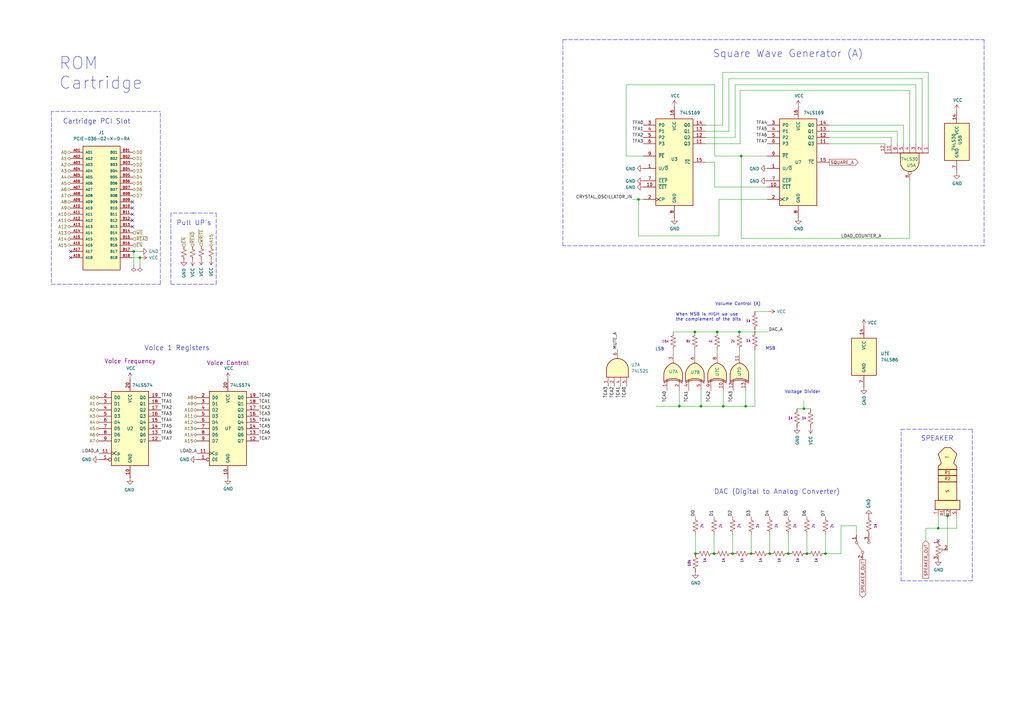
<source format=kicad_sch>
(kicad_sch (version 20211123) (generator eeschema)
  (paper "A3")
  (lib_symbols
    (symbol "74xx:74LS138" (pin_names (offset 1.016))
      (property "Reference" "U" (at -7.62 11.43 0))
      (property "Value" "74LS138" (at -7.62 -13.97 0))
      (symbol "74LS138_1_0"
        (pin input line (at -12.7 7.62 0) (length 5.08) (name "A0") (number "1"))
        (pin output output_low (at 12.7 -5.08 180) (length 5.08) (name "O5") (number "10"))
        (pin output output_low (at 12.7 -2.54 180) (length 5.08) (name "O4") (number "11"))
        (pin output output_low (at 12.7 0 180) (length 5.08) (name "O3") (number "12"))
        (pin output output_low (at 12.7 2.54 180) (length 5.08) (name "O2") (number "13"))
        (pin output output_low (at 12.7 5.08 180) (length 5.08) (name "O1") (number "14"))
        (pin output output_low (at 12.7 7.62 180) (length 5.08) (name "O0") (number "15"))
        (pin power_in line (at 0 15.24 270) (length 5.08) (name "VCC") (number "16"))
        (pin input line (at -12.7 5.08 0) (length 5.08) (name "A1") (number "2"))
        (pin input line (at -12.7 2.54 0) (length 5.08) (name "A2") (number "3"))
        (pin input input_low (at -12.7 -10.16 0) (length 5.08) (name "E1") (number "4"))
        (pin input input_low (at -12.7 -7.62 0) (length 5.08) (name "E2") (number "5"))
        (pin input line (at -12.7 -5.08 0) (length 5.08) (name "E3") (number "6"))
        (pin output output_low (at 12.7 -10.16 180) (length 5.08) (name "O7") (number "7"))
        (pin power_in line (at 0 -17.78 90) (length 5.08) (name "GND") (number "8"))
        (pin output output_low (at 12.7 -7.62 180) (length 5.08) (name "O6") (number "9"))
      )
    )
    (symbol "74xx:74LS169" (pin_names (offset 1.016))
      (property "Reference" "U" (at -7.62 19.05 0))
      (property "Value" "74LS169" (at -7.62 -19.05 0))
      (symbol "74LS169_1_0"
        (pin input line (at -12.7 -2.54 0) (length 5.08) (name "U/~{D}") (number "1"))
        (pin input line (at -12.7 -10.16 0) (length 5.08) (name "~{CET}") (number "10"))
        (pin output line (at 12.7 7.62 180) (length 5.08) (name "Q3") (number "11"))
        (pin output line (at 12.7 10.16 180) (length 5.08) (name "Q2") (number "12"))
        (pin output line (at 12.7 12.7 180) (length 5.08) (name "Q1") (number "13"))
        (pin output line (at 12.7 15.24 180) (length 5.08) (name "Q0") (number "14"))
        (pin output line (at 12.7 0 180) (length 5.08) (name "~{TC}") (number "15"))
        (pin power_in line (at 0 22.86 270) (length 5.08) (name "VCC") (number "16"))
        (pin input clock (at -12.7 -15.24 0) (length 5.08) (name "CP") (number "2"))
        (pin input line (at -12.7 15.24 0) (length 5.08) (name "P0") (number "3"))
        (pin input line (at -12.7 12.7 0) (length 5.08) (name "P1") (number "4"))
        (pin input line (at -12.7 10.16 0) (length 5.08) (name "P2") (number "5"))
        (pin input line (at -12.7 7.62 0) (length 5.08) (name "P3") (number "6"))
        (pin input line (at -12.7 -7.62 0) (length 5.08) (name "~{CEP}") (number "7"))
        (pin power_in line (at 0 -22.86 90) (length 5.08) (name "GND") (number "8"))
        (pin input line (at -12.7 2.54 0) (length 5.08) (name "~{PE}") (number "9"))
      )
    )
    (symbol "74xx:74LS21" (pin_names (offset 1.016))
      (property "Reference" "U" (at 0 1.27 0))
      (property "Value" "74LS21" (at 0 -1.27 0))
      (symbol "74LS21_1_1"
        (pin input line (at -7.62 3.81 0) (length 3.81) (name "~") (number "1"))
        (pin input line (at -7.62 1.27 0) (length 3.81) (name "~") (number "2"))
        (pin input line (at -7.62 -1.27 0) (length 3.81) (name "~") (number "4"))
        (pin input line (at -7.62 -3.81 0) (length 3.81) (name "~") (number "5"))
        (pin output line (at 7.62 0 180) (length 3.81) (name "~") (number "6"))
      )
      (symbol "74LS21_1_2"
        (pin input inverted (at -7.62 3.81 0) (length 3.81) (name "~") (number "1"))
        (pin input inverted (at -7.62 1.27 0) (length 4.826) (name "~") (number "2"))
        (pin input inverted (at -7.62 -1.27 0) (length 4.826) (name "~") (number "4"))
        (pin input inverted (at -7.62 -3.81 0) (length 3.81) (name "~") (number "5"))
        (pin output inverted (at 7.62 0 180) (length 3.81) (name "~") (number "6"))
      )
      (symbol "74LS21_2_1"
        (pin input line (at -7.62 1.27 0) (length 3.81) (name "~") (number "10"))
        (pin input line (at -7.62 -1.27 0) (length 3.81) (name "~") (number "12"))
        (pin input line (at -7.62 -3.81 0) (length 3.81) (name "~") (number "13"))
        (pin output line (at 7.62 0 180) (length 3.81) (name "~") (number "8"))
        (pin input line (at -7.62 3.81 0) (length 3.81) (name "~") (number "9"))
      )
      (symbol "74LS21_2_2"
        (pin input inverted (at -7.62 1.27 0) (length 4.826) (name "~") (number "10"))
        (pin input inverted (at -7.62 -1.27 0) (length 4.826) (name "~") (number "12"))
        (pin input inverted (at -7.62 -3.81 0) (length 3.81) (name "~") (number "13"))
        (pin output inverted (at 7.62 0 180) (length 3.81) (name "~") (number "8"))
        (pin input inverted (at -7.62 3.81 0) (length 3.81) (name "~") (number "9"))
      )
      (symbol "74LS21_3_0"
        (pin power_in line (at 0 12.7 270) (length 5.08) (name "VCC") (number "14"))
        (pin power_in line (at 0 -12.7 90) (length 5.08) (name "GND") (number "7"))
      )
    )
    (symbol "74xx:74LS30" (pin_names (offset 1.016))
      (property "Reference" "U" (at 0 1.27 0))
      (property "Value" "74LS30" (at 0 -1.27 0))
      (symbol "74LS30_1_1"
        (pin input line (at -7.62 7.62 0) (length 3.81) (name "~") (number "1"))
        (pin input line (at -7.62 -7.62 0) (length 3.81) (name "~") (number "11"))
        (pin input line (at -7.62 -10.16 0) (length 3.81) (name "~") (number "12"))
        (pin input line (at -7.62 5.08 0) (length 3.81) (name "~") (number "2"))
        (pin input line (at -7.62 2.54 0) (length 3.81) (name "~") (number "3"))
        (pin input line (at -7.62 0 0) (length 3.81) (name "~") (number "4"))
        (pin input line (at -7.62 -2.54 0) (length 3.81) (name "~") (number "5"))
        (pin input line (at -7.62 -5.08 0) (length 3.81) (name "~") (number "6"))
        (pin output inverted (at 7.62 0 180) (length 3.81) (name "~") (number "8"))
      )
      (symbol "74LS30_1_2"
        (pin input inverted (at -7.62 7.62 0) (length 3.81) (name "~") (number "1"))
        (pin input inverted (at -7.62 -7.62 0) (length 3.81) (name "~") (number "11"))
        (pin input inverted (at -7.62 -10.16 0) (length 3.81) (name "~") (number "12"))
        (pin input inverted (at -7.62 5.08 0) (length 3.81) (name "~") (number "2"))
        (pin input inverted (at -7.62 2.54 0) (length 4.5466) (name "~") (number "3"))
        (pin input inverted (at -7.62 0 0) (length 5.08) (name "~") (number "4"))
        (pin input inverted (at -7.62 -2.54 0) (length 4.5466) (name "~") (number "5"))
        (pin input inverted (at -7.62 -5.08 0) (length 3.81) (name "~") (number "6"))
        (pin output line (at 7.62 0 180) (length 3.81) (name "~") (number "8"))
      )
      (symbol "74LS30_2_0"
        (pin power_in line (at 0 12.7 270) (length 5.08) (name "VCC") (number "14"))
        (pin power_in line (at 0 -12.7 90) (length 5.08) (name "GND") (number "7"))
      )
    )
    (symbol "74xx:74LS86" (pin_names (offset 1.016))
      (property "Reference" "U" (at 0 1.27 0))
      (property "Value" "74LS86" (at 0 -1.27 0))
      (symbol "74LS86_1_0"
        (pin input line (at -7.62 2.54 0) (length 4.445) (name "~") (number "1"))
        (pin input line (at -7.62 -2.54 0) (length 4.445) (name "~") (number "2"))
        (pin output line (at 7.62 0 180) (length 3.81) (name "~") (number "3"))
      )
      (symbol "74LS86_2_0"
        (pin input line (at -7.62 2.54 0) (length 4.445) (name "~") (number "4"))
        (pin input line (at -7.62 -2.54 0) (length 4.445) (name "~") (number "5"))
        (pin output line (at 7.62 0 180) (length 3.81) (name "~") (number "6"))
      )
      (symbol "74LS86_3_0"
        (pin input line (at -7.62 -2.54 0) (length 4.445) (name "~") (number "10"))
        (pin output line (at 7.62 0 180) (length 3.81) (name "~") (number "8"))
        (pin input line (at -7.62 2.54 0) (length 4.445) (name "~") (number "9"))
      )
      (symbol "74LS86_4_0"
        (pin output line (at 7.62 0 180) (length 3.81) (name "~") (number "11"))
        (pin input line (at -7.62 2.54 0) (length 4.445) (name "~") (number "12"))
        (pin input line (at -7.62 -2.54 0) (length 4.445) (name "~") (number "13"))
      )
      (symbol "74LS86_5_0"
        (pin power_in line (at 0 12.7 270) (length 5.08) (name "VCC") (number "14"))
        (pin power_in line (at 0 -12.7 90) (length 5.08) (name "GND") (number "7"))
      )
    )
    (symbol "Connector:AudioPlug4"
      (property "Reference" "J" (at 10.16 5.08 0))
      (property "Value" "AudioPlug4" (at 11.43 -7.62 0))
      (symbol "AudioPlug4_0_0"
        (text "R1" (at -2.54 -1.27 900) (effects (font (size 1.27 1.27))))
        (text "R2" (at 0 -1.27 900) (effects (font (size 1.27 1.27))))
        (text "S" (at 5.08 -1.27 0) (effects (font (size 1.27 1.27))))
        (text "T" (at -8.89 -1.27 0) (effects (font (size 1.27 1.27))))
      )
      (symbol "AudioPlug4_1_1"
        (pin passive line (at 15.24 -2.54 180) (length 2.54) (name "~") (number "R1"))
        (pin passive line (at 15.24 0 180) (length 2.54) (name "~") (number "R2"))
        (pin passive line (at 15.24 2.54 180) (length 2.54) (name "~") (number "S"))
        (pin passive line (at 15.24 -5.08 180) (length 2.54) (name "~") (number "T"))
      )
    )
    (symbol "Device:R_POT_TRIM_US" (pin_names (offset 1.016) hide)
      (property "Reference" "RV" (at -4.445 0 90))
      (property "Value" "Device_R_POT_TRIM_US" (at -2.54 0 90))
      (symbol "R_POT_TRIM_US_1_1"
        (pin passive line (at 0 3.81 270) (length 1.27) (name "1") (number "1"))
        (pin passive line (at 3.81 0 180) (length 1.27) (name "2") (number "2"))
        (pin passive line (at 0 -3.81 90) (length 1.27) (name "3") (number "3"))
      )
    )
    (symbol "Device:R_Small_US" (pin_numbers hide) (pin_names (offset 0.254) hide)
      (property "Reference" "R" (at 0.762 0.508 0))
      (property "Value" "R_Small_US" (at 0.762 -1.016 0))
      (symbol "R_Small_US_1_1"
        (pin passive line (at 0 2.54 270) (length 1.016) (name "~") (number "1"))
        (pin passive line (at 0 -2.54 90) (length 1.016) (name "~") (number "2"))
      )
    )
    (symbol "Device:R_US" (pin_numbers hide) (pin_names (offset 0))
      (property "Reference" "R" (at 2.54 0 90))
      (property "Value" "R_US" (at -2.54 0 90))
      (symbol "R_US_1_1"
        (pin passive line (at 0 3.81 270) (length 1.27) (name "~") (number "1"))
        (pin passive line (at 0 -3.81 90) (length 1.27) (name "~") (number "2"))
      )
    )
    (symbol "Stephen:PCIE-036-02-X-D-RA" (pin_names (offset 1.016))
      (property "Reference" "J" (at -7.62 26.162 0))
      (property "Value" "PCIE-036-02-X-D-RA" (at -7.62 -27.94 0))
      (symbol "PCIE-036-02-X-D-RA_0_0"
        (pin passive line (at -12.7 22.86 0) (length 5.08) (name "A01") (number "A01"))
        (pin passive line (at -12.7 20.32 0) (length 5.08) (name "A02") (number "A02"))
        (pin passive line (at -12.7 17.78 0) (length 5.08) (name "A03") (number "A03"))
        (pin passive line (at -12.7 15.24 0) (length 5.08) (name "A04") (number "A04"))
        (pin passive line (at -12.7 12.7 0) (length 5.08) (name "A05") (number "A05"))
        (pin passive line (at -12.7 10.16 0) (length 5.08) (name "A06") (number "A06"))
        (pin passive line (at -12.7 7.62 0) (length 5.08) (name "A07") (number "A07"))
        (pin passive line (at -12.7 5.08 0) (length 5.08) (name "A08") (number "A08"))
        (pin passive line (at -12.7 2.54 0) (length 5.08) (name "A09") (number "A09"))
        (pin passive line (at -12.7 0 0) (length 5.08) (name "A10") (number "A10"))
        (pin passive line (at -12.7 -2.54 0) (length 5.08) (name "A11") (number "A11"))
        (pin passive line (at -12.7 -5.08 0) (length 5.08) (name "A12") (number "A12"))
        (pin passive line (at -12.7 -7.62 0) (length 5.08) (name "A13") (number "A13"))
        (pin passive line (at -12.7 -10.16 0) (length 5.08) (name "A14") (number "A14"))
        (pin passive line (at -12.7 -12.7 0) (length 5.08) (name "A15") (number "A15"))
        (pin passive line (at -12.7 -15.24 0) (length 5.08) (name "A16") (number "A16"))
        (pin passive line (at -12.7 -17.78 0) (length 5.08) (name "A17") (number "A17"))
        (pin passive line (at -12.7 -20.32 0) (length 5.08) (name "A18") (number "A18"))
        (pin passive line (at 12.7 22.86 180) (length 5.08) (name "B01") (number "B01"))
        (pin passive line (at 12.7 20.32 180) (length 5.08) (name "B02") (number "B02"))
        (pin passive line (at 12.7 17.78 180) (length 5.08) (name "B03") (number "B03"))
        (pin passive line (at 12.7 15.24 180) (length 5.08) (name "B04") (number "B04"))
        (pin passive line (at 12.7 12.7 180) (length 5.08) (name "B05") (number "B05"))
        (pin passive line (at 12.7 10.16 180) (length 5.08) (name "B06") (number "B06"))
        (pin passive line (at 12.7 7.62 180) (length 5.08) (name "B07") (number "B07"))
        (pin passive line (at 12.7 5.08 180) (length 5.08) (name "B08") (number "B08"))
        (pin passive line (at 12.7 2.54 180) (length 5.08) (name "B09") (number "B09"))
        (pin passive line (at 12.7 0 180) (length 5.08) (name "B10") (number "B10"))
        (pin passive line (at 12.7 -2.54 180) (length 5.08) (name "B11") (number "B11"))
        (pin passive line (at 12.7 -5.08 180) (length 5.08) (name "B12") (number "B12"))
        (pin passive line (at 12.7 -7.62 180) (length 5.08) (name "B13") (number "B13"))
        (pin passive line (at 12.7 -10.16 180) (length 5.08) (name "B14") (number "B14"))
        (pin passive line (at 12.7 -12.7 180) (length 5.08) (name "B15") (number "B15"))
        (pin passive line (at 12.7 -15.24 180) (length 5.08) (name "B16") (number "B16"))
        (pin passive line (at 12.7 -17.78 180) (length 5.08) (name "B17") (number "B17"))
        (pin passive line (at 12.7 -20.32 180) (length 5.08) (name "B18") (number "B18"))
      )
    )
    (symbol "Switch:SW_DPDT_x2" (pin_names (offset 0) hide)
      (property "Reference" "SW" (at 0 4.318 0))
      (property "Value" "SW_DPDT_x2" (at 0 -5.08 0))
      (symbol "SW_DPDT_x2_1_1"
        (pin passive line (at 5.08 2.54 180) (length 2.54) (name "A") (number "1"))
        (pin passive line (at -5.08 0 0) (length 2.54) (name "B") (number "2"))
        (pin passive line (at 5.08 -2.54 180) (length 2.54) (name "C") (number "3"))
      )
      (symbol "SW_DPDT_x2_2_1"
        (pin passive line (at 5.08 2.54 180) (length 2.54) (name "A") (number "4"))
        (pin passive line (at -5.08 0 0) (length 2.54) (name "B") (number "5"))
        (pin passive line (at 5.08 -2.54 180) (length 2.54) (name "C") (number "6"))
      )
    )
    (symbol "power:GND" (power) (pin_names (offset 0))
      (property "Value" "GND" (at 0 -3.81 0))
      (symbol "GND_1_1"
        (pin power_in line (at 0 0 270) (length 0) hide (name "GND") (number "1"))
      )
    )
    (symbol "power:PWR_FLAG" (power) (pin_numbers hide) (pin_names (offset 0) hide)
      (property "Value" "PWR_FLAG" (at 0 3.81 0))
      (symbol "PWR_FLAG_0_0"
        (pin power_out line (at 0 0 90) (length 0) (name "pwr") (number "1"))
      )
    )
    (symbol "power:VCC" (power) (pin_names (offset 0))
      (property "Value" "VCC" (at 0 3.81 0))
      (symbol "VCC_1_1"
        (pin power_in line (at 0 0 90) (length 0) hide (name "VCC") (number "1"))
      )
    )
    (symbol "stephen-mouser:74LS574" (pin_names (offset 1.016))
      (property "Reference" "U" (at -7.62 16.51 0))
      (property "Value" "stephen-mouser_74LS574" (at -7.62 -16.51 0))
      (symbol "74LS574_1_0"
        (pin input inverted (at -12.7 -12.7 0) (length 5.08) (name "OE") (number "1"))
        (pin power_in line (at 0 -20.32 90) (length 5.08) (name "GND") (number "10"))
        (pin input clock (at -12.7 -10.16 0) (length 5.08) (name "Cp") (number "11"))
        (pin tri_state line (at 12.7 -5.08 180) (length 5.08) (name "Q7") (number "12"))
        (pin tri_state line (at 12.7 -2.54 180) (length 5.08) (name "Q6") (number "13"))
        (pin tri_state line (at 12.7 0 180) (length 5.08) (name "Q5") (number "14"))
        (pin tri_state line (at 12.7 2.54 180) (length 5.08) (name "Q4") (number "15"))
        (pin tri_state line (at 12.7 5.08 180) (length 5.08) (name "Q3") (number "16"))
        (pin tri_state line (at 12.7 7.62 180) (length 5.08) (name "Q2") (number "17"))
        (pin tri_state line (at 12.7 10.16 180) (length 5.08) (name "Q1") (number "18"))
        (pin tri_state line (at 12.7 12.7 180) (length 5.08) (name "Q0") (number "19"))
        (pin input line (at -12.7 12.7 0) (length 5.08) (name "D0") (number "2"))
        (pin power_in line (at 0 20.32 270) (length 5.08) (name "VCC") (number "20"))
        (pin input line (at -12.7 10.16 0) (length 5.08) (name "D1") (number "3"))
        (pin input line (at -12.7 7.62 0) (length 5.08) (name "D2") (number "4"))
        (pin input line (at -12.7 5.08 0) (length 5.08) (name "D3") (number "5"))
        (pin input line (at -12.7 2.54 0) (length 5.08) (name "D4") (number "6"))
        (pin input line (at -12.7 0 0) (length 5.08) (name "D5") (number "7"))
        (pin input line (at -12.7 -2.54 0) (length 5.08) (name "D6") (number "8"))
        (pin input line (at -12.7 -5.08 0) (length 5.08) (name "D7") (number "9"))
      )
    )
  )
  (junction (at 294.132 136.144))
  (junction (at 303.276 136.144))
  (junction (at 292.862 227.076))
  (junction (at 305.816 166.624))
  (junction (at 388.62 211.582))
  (junction (at 300.482 227.076))
  (junction (at 315.722 227.076))
  (junction (at 296.672 166.624))
  (junction (at 57.404 105.664))
  (junction (at 261.874 81.788))
  (junction (at 54.864 103.124))
  (junction (at 287.528 166.624))
  (junction (at 278.638 166.624))
  (junction (at 338.582 227.076))
  (junction (at 284.988 136.144))
  (junction (at 330.962 227.076))
  (junction (at 285.242 227.076))
  (junction (at 329.692 167.64))
  (junction (at 304.038 64.008))
  (junction (at 384.81 216.662))
  (junction (at 308.102 227.076))
  (junction (at 323.342 227.076))
  (no_connect (at 28.956 103.124))
  (no_connect (at 384.81 221.742))
  (no_connect (at 54.356 85.344))
  (no_connect (at 54.356 87.884))
  (no_connect (at 54.356 90.424))
  (no_connect (at 54.356 92.964))
  (no_connect (at 28.956 105.664))
  (no_connect (at 54.356 82.804))
  (wire (pts (xy 294.132 143.764) (xy 294.132 145.034)))
  (wire (pts (xy 289.306 53.848) (xy 298.958 53.848)))
  (wire (pts (xy 57.404 105.664) (xy 54.356 105.664)))
  (wire (pts (xy 284.988 143.764) (xy 284.988 145.034)))
  (polyline (pts (xy 398.78 176.022) (xy 398.78 238.252)))
  (polyline (pts (xy 21.082 116.586) (xy 65.786 116.586)))
  (wire (pts (xy 57.404 105.664) (xy 57.404 108.712)))
  (wire (pts (xy 379.73 216.662) (xy 384.81 216.662)))
  (wire (pts (xy 373.126 97.79) (xy 304.038 97.79)))
  (polyline (pts (xy 369.57 176.022) (xy 398.78 176.022)))
  (wire (pts (xy 289.306 56.388) (xy 301.498 56.388)))
  (wire (pts (xy 378.206 58.928) (xy 378.206 32.258)))
  (wire (pts (xy 293.116 34.798) (xy 256.794 34.798)))
  (wire (pts (xy 315.722 219.456) (xy 315.722 227.076)))
  (wire (pts (xy 300.482 219.456) (xy 300.482 227.076)))
  (wire (pts (xy 314.706 81.788) (xy 294.894 81.788)))
  (wire (pts (xy 309.626 135.382) (xy 309.626 135.89)))
  (polyline (pts (xy 403.606 27.178) (xy 403.606 100.838)))
  (wire (pts (xy 351.282 215.646) (xy 344.932 215.646)))
  (wire (pts (xy 370.586 51.308) (xy 340.106 51.308)))
  (wire (pts (xy 259.334 81.788) (xy 261.874 81.788)))
  (wire (pts (xy 329.692 164.338) (xy 329.692 167.64)))
  (polyline (pts (xy 230.886 16.256) (xy 403.606 16.256)))
  (polyline (pts (xy 230.886 16.256) (xy 230.886 27.178)))
  (wire (pts (xy 379.73 221.742) (xy 379.73 216.662)))
  (wire (pts (xy 373.126 58.928) (xy 373.126 37.084)))
  (polyline (pts (xy 398.78 238.252) (xy 369.57 238.252)))
  (wire (pts (xy 285.242 219.456) (xy 285.242 227.076)))
  (wire (pts (xy 344.932 215.646) (xy 344.932 227.076)))
  (wire (pts (xy 351.282 219.456) (xy 351.282 215.646)))
  (polyline (pts (xy 70.104 116.586) (xy 88.646 116.586)))
  (wire (pts (xy 308.102 227.076) (xy 308.102 219.456)))
  (wire (pts (xy 330.962 219.456) (xy 330.962 227.076)))
  (wire (pts (xy 338.582 227.076) (xy 338.582 219.456)))
  (polyline (pts (xy 78.994 87.376) (xy 88.646 87.376)))
  (polyline (pts (xy 403.606 16.256) (xy 403.606 27.178)))
  (wire (pts (xy 284.988 136.144) (xy 294.132 136.144)))
  (wire (pts (xy 294.894 81.788) (xy 294.894 96.774)))
  (polyline (pts (xy 230.886 100.838) (xy 230.886 27.178)))
  (wire (pts (xy 305.816 160.274) (xy 305.816 166.624)))
  (wire (pts (xy 54.864 103.124) (xy 54.356 103.124)))
  (wire (pts (xy 370.586 58.928) (xy 370.586 51.308)))
  (wire (pts (xy 278.638 160.274) (xy 278.638 166.624)))
  (wire (pts (xy 289.306 51.308) (xy 296.418 51.308)))
  (wire (pts (xy 256.794 34.798) (xy 256.794 64.008)))
  (wire (pts (xy 293.116 76.708) (xy 314.706 76.708)))
  (wire (pts (xy 256.794 64.008) (xy 263.906 64.008)))
  (wire (pts (xy 392.43 216.662) (xy 392.43 211.582)))
  (wire (pts (xy 380.746 29.718) (xy 380.746 58.928)))
  (wire (pts (xy 309.626 166.624) (xy 305.816 166.624)))
  (wire (pts (xy 373.126 37.084) (xy 303.53 37.084)))
  (wire (pts (xy 303.53 58.928) (xy 289.306 58.928)))
  (wire (pts (xy 261.874 81.788) (xy 263.906 81.788)))
  (wire (pts (xy 293.116 64.008) (xy 293.116 34.798)))
  (wire (pts (xy 344.932 227.076) (xy 338.582 227.076)))
  (wire (pts (xy 326.898 167.64) (xy 329.692 167.64)))
  (wire (pts (xy 365.506 58.928) (xy 365.506 56.388)))
  (wire (pts (xy 304.038 97.79) (xy 304.038 64.008)))
  (wire (pts (xy 296.672 160.274) (xy 296.672 166.624)))
  (wire (pts (xy 301.498 34.798) (xy 375.666 34.798)))
  (wire (pts (xy 387.35 211.582) (xy 388.62 211.582)))
  (polyline (pts (xy 40.386 45.72) (xy 21.082 45.72)))
  (wire (pts (xy 340.106 58.928) (xy 362.966 58.928)))
  (wire (pts (xy 368.046 53.848) (xy 368.046 58.928)))
  (wire (pts (xy 378.206 32.258) (xy 298.958 32.258)))
  (wire (pts (xy 57.658 105.664) (xy 57.404 105.664)))
  (wire (pts (xy 294.132 136.144) (xy 303.276 136.144)))
  (polyline (pts (xy 70.104 87.376) (xy 70.104 116.586)))
  (wire (pts (xy 323.342 227.076) (xy 323.342 219.456)))
  (wire (pts (xy 314.706 64.008) (xy 304.038 64.008)))
  (wire (pts (xy 298.958 32.258) (xy 298.958 53.848)))
  (wire (pts (xy 54.864 103.124) (xy 54.864 108.712)))
  (wire (pts (xy 303.53 37.084) (xy 303.53 58.928)))
  (polyline (pts (xy 65.786 116.586) (xy 65.786 45.72)))
  (polyline (pts (xy 39.878 45.72) (xy 65.786 45.72)))
  (wire (pts (xy 303.276 143.764) (xy 303.276 145.034)))
  (polyline (pts (xy 21.082 45.72) (xy 21.082 116.586)))
  (wire (pts (xy 329.692 167.64) (xy 332.486 167.64)))
  (polyline (pts (xy 369.57 238.252) (xy 369.57 176.022)))
  (wire (pts (xy 315.214 127.762) (xy 309.626 127.762)))
  (wire (pts (xy 276.098 136.144) (xy 284.988 136.144)))
  (wire (pts (xy 375.666 34.798) (xy 375.666 58.928)))
  (wire (pts (xy 292.862 227.076) (xy 292.862 219.456)))
  (wire (pts (xy 315.214 136.144) (xy 303.276 136.144)))
  (wire (pts (xy 388.62 211.582) (xy 389.89 211.582)))
  (wire (pts (xy 296.418 51.308) (xy 296.418 29.718)))
  (wire (pts (xy 268.986 166.624) (xy 278.638 166.624)))
  (wire (pts (xy 57.658 103.124) (xy 54.864 103.124)))
  (wire (pts (xy 294.894 96.774) (xy 261.874 96.774)))
  (wire (pts (xy 304.038 64.008) (xy 293.116 64.008)))
  (polyline (pts (xy 79.502 87.376) (xy 70.104 87.376)))
  (wire (pts (xy 276.098 143.764) (xy 276.098 145.034)))
  (wire (pts (xy 261.874 81.788) (xy 261.874 96.774)))
  (wire (pts (xy 384.81 216.662) (xy 392.43 216.662)))
  (wire (pts (xy 278.638 166.624) (xy 287.528 166.624)))
  (wire (pts (xy 388.62 225.552) (xy 388.62 211.582)))
  (wire (pts (xy 365.506 56.388) (xy 340.106 56.388)))
  (wire (pts (xy 287.528 166.624) (xy 296.672 166.624)))
  (wire (pts (xy 301.498 56.388) (xy 301.498 34.798)))
  (wire (pts (xy 296.418 29.718) (xy 380.746 29.718)))
  (wire (pts (xy 305.816 166.624) (xy 296.672 166.624)))
  (wire (pts (xy 373.126 74.168) (xy 373.126 97.79)))
  (wire (pts (xy 340.106 53.848) (xy 368.046 53.848)))
  (polyline (pts (xy 403.606 100.838) (xy 230.886 100.838)))
  (wire (pts (xy 293.116 66.548) (xy 289.306 66.548)))
  (polyline (pts (xy 88.646 116.586) (xy 88.646 87.376)))
  (wire (pts (xy 293.116 76.708) (xy 293.116 66.548)))
  (wire (pts (xy 287.528 166.624) (xy 287.528 160.274)))
  (wire (pts (xy 384.81 216.662) (xy 384.81 211.582)))
  (wire (pts (xy 309.626 143.51) (xy 309.626 166.624)))
  (text "Voice 1 Registers" (at 59.182 144.018 0) (effects (font (size 2 2)) (justify left bottom)))
  (text "ROM\nCartridge" (at 24.13 37.084 0) (effects (font (size 5 5)) (justify left bottom)))
  (text "Voltage Divider" (at 321.818 161.544 0) (effects (font (size 1.27 1.27)) (justify left bottom)))
  (text "Volume Control (A)" (at 293.37 125.476 0) (effects (font (size 1.27 1.27)) (justify left bottom)))
  (text "Square Wave Generator (A)" (at 292.354 23.876 0) (effects (font (size 2.9972 2.9972)) (justify left bottom)))
  (text "LSB" (at 268.732 144.018 0) (effects (font (size 1.27 1.27)) (justify left bottom)))
  (text "DAC (Digital to Analog Converter)" (at 292.862 202.946 0) (effects (font (size 2.0066 2.0066)) (justify left bottom)))
  (text "Pull UP's" (at 72.39 92.71 0) (effects (font (size 2 2)) (justify left bottom)))
  (text "MSB" (at 313.944 143.764 0) (effects (font (size 1.27 1.27)) (justify left bottom)))
  (text "SPEAKER" (at 391.16 181.102 180) (effects (font (size 2.0066 2.0066)) (justify right bottom)))
  (text "When MSB is HIGH we use\nthe complement of the bits" (at 277.114 131.826 0) (effects (font (size 1.27 1.27)) (justify left bottom)))
  (text "Cartridge PCI Slot" (at 53.594 51.054 180) (effects (font (size 2 2)) (justify right bottom)))
  (label "TCA4" (at 106.172 173.228 0))
  (label "TFB6" (at 39.116 334.264 0))
  (label "MUTE_A" (at 253.238 143.256 90))
  (label "TFA1" (at 66.04 165.608 0))
  (label "TCB5" (at 39.116 388.112 0))
  (label "TFB5" (at 39.116 331.724 0))
  (label "TFA5" (at 314.706 53.848 180))
  (label "TCA5" (at 106.172 175.768 0))
  (label "TCA3" (at 106.172 170.688 0))
  (label "TFB3" (at 39.116 326.644 0))
  (label "DAC_A" (at 315.214 136.144 0))
  (label "LOAD_A" (at 13.716 398.272 180))
  (label "TFA7" (at 66.04 180.848 0))
  (label "TFA3" (at 263.906 58.928 180))
  (label "D5" (at 323.342 211.836 90))
  (label "TCA1" (at 254.508 158.496 270))
  (label "TFB7" (at 39.116 336.804 0))
  (label "TCA3" (at 300.736 160.274 270))
  (label "TCB1" (at 39.116 377.952 0))
  (label "LOAD_COUNTER_A" (at 344.932 97.79 0))
  (label "TFB4" (at 39.116 329.184 0))
  (label "TCA3" (at 249.428 158.496 270))
  (label "D2" (at 300.482 211.836 90))
  (label "TFA0" (at 66.04 163.068 0))
  (label "TCA2" (at 106.172 168.148 0))
  (label "LOAD_A" (at 40.64 185.928 180))
  (label "D3" (at 308.102 211.836 90))
  (label "TCB4" (at 39.116 385.572 0))
  (label "TCA2" (at 291.592 160.274 270))
  (label "TFA7" (at 314.706 58.928 180))
  (label "TCA0" (at 106.172 163.068 0))
  (label "TCA0" (at 257.048 158.496 270))
  (label "CRYSTAL_OSCILLATOR_IN" (at 259.334 81.788 180))
  (label "TFA4" (at 66.04 173.228 0))
  (label "TCB3" (at 39.116 383.032 0))
  (label "TFA6" (at 314.706 56.388 180))
  (label "TFA5" (at 66.04 175.768 0))
  (label "TFA0" (at 263.906 51.308 180))
  (label "LOAD_A" (at 80.772 185.928 180))
  (label "TCA6" (at 106.172 178.308 0))
  (label "TFA1" (at 263.906 53.848 180))
  (label "TFB0" (at 39.116 319.024 0))
  (label "TCB2" (at 39.116 380.492 0))
  (label "D1" (at 292.862 211.836 90))
  (label "LOAD_A" (at 13.716 341.884 180))
  (label "TFA3" (at 66.04 170.688 0))
  (label "D7" (at 338.582 211.836 90))
  (label "TFA4" (at 314.706 51.308 180))
  (label "TFB2" (at 39.116 324.104 0))
  (label "TCB6" (at 39.116 390.652 0))
  (label "D4" (at 315.722 211.836 90))
  (label "D6" (at 330.962 211.836 90))
  (label "TCA1" (at 282.448 160.274 270))
  (label "TCA2" (at 251.968 158.496 270))
  (label "DO" (at 285.242 211.836 90))
  (label "TFA2" (at 263.906 56.388 180))
  (label "TFB1" (at 39.116 321.564 0))
  (label "TCB7" (at 39.116 393.192 0))
  (label "TCA0" (at 273.558 160.274 270))
  (label "TCA1" (at 106.172 165.608 0))
  (label "TFA2" (at 66.04 168.148 0))
  (label "TFA6" (at 66.04 178.308 0))
  (label "TCA7" (at 106.172 180.848 0))
  (label "TCB0" (at 39.116 375.412 0))
  (global_label "SPEAKER_OUT" (shape input) (at 379.73 221.742 270) (property "Intersheet References" "${INTERSHEET_REFS}" (effects hide)))
  (global_label "SQUARE_A" (shape output) (at 340.106 66.548 0) (property "Intersheet References" "${INTERSHEET_REFS}" (effects hide)))
  (global_label "SPEAKER_OUT" (shape output) (at 353.822 229.616 270) (property "Intersheet References" "${INTERSHEET_REFS}" (effects hide)))
  (hierarchical_label "~{READ}" (shape input) (at -6.096 192.278 180))
  (hierarchical_label "~{EN}" (shape input) (at 54.356 100.584 0))
  (hierarchical_label "A2" (shape tri_state) (at 40.64 168.148 180))
  (hierarchical_label "A4" (shape tri_state) (at 28.956 72.644 180))
  (hierarchical_label "A1" (shape tri_state) (at 40.64 165.608 180))
  (hierarchical_label "A9" (shape tri_state) (at 80.772 165.608 180))
  (hierarchical_label "A3" (shape tri_state) (at 28.956 70.104 180))
  (hierarchical_label "A10" (shape tri_state) (at 13.716 380.492 180))
  (hierarchical_label "A3" (shape tri_state) (at 40.64 170.688 180))
  (hierarchical_label "A0" (shape tri_state) (at 40.64 163.068 180))
  (hierarchical_label "D7" (shape tri_state) (at -6.35 171.196 180))
  (hierarchical_label "~{EN}" (shape input) (at 75.438 101.346 90))
  (hierarchical_label "D0" (shape tri_state) (at 54.356 62.484 0))
  (hierarchical_label "A14" (shape tri_state) (at 80.772 178.308 180))
  (hierarchical_label "~{WRITE}" (shape input) (at 82.55 101.092 90))
  (hierarchical_label "A12" (shape tri_state) (at 80.772 173.228 180))
  (hierarchical_label "A10" (shape tri_state) (at 80.772 168.148 180))
  (hierarchical_label "A9" (shape tri_state) (at 28.956 85.344 180))
  (hierarchical_label "A5" (shape tri_state) (at 13.716 331.724 180))
  (hierarchical_label "A1" (shape tri_state) (at 13.716 321.564 180))
  (hierarchical_label "A13" (shape tri_state) (at 28.956 95.504 180))
  (hierarchical_label "A11" (shape tri_state) (at 13.716 383.032 180))
  (hierarchical_label "D6" (shape tri_state) (at -6.35 173.736 180))
  (hierarchical_label "D6" (shape tri_state) (at 54.356 77.724 0))
  (hierarchical_label "A5" (shape tri_state) (at 40.64 175.768 180))
  (hierarchical_label "A7" (shape tri_state) (at 40.64 180.848 180))
  (hierarchical_label "D5" (shape tri_state) (at -6.35 176.276 180))
  (hierarchical_label "A15" (shape tri_state) (at 28.956 100.584 180))
  (hierarchical_label "A6" (shape tri_state) (at 40.64 178.308 180))
  (hierarchical_label "D4" (shape tri_state) (at 54.356 72.644 0))
  (hierarchical_label "A10" (shape tri_state) (at 28.956 87.884 180))
  (hierarchical_label "A12" (shape tri_state) (at 28.956 92.964 180))
  (hierarchical_label "A2" (shape tri_state) (at 28.956 67.564 180))
  (hierarchical_label "D0" (shape tri_state) (at -6.35 188.976 180))
  (hierarchical_label "A6" (shape tri_state) (at 13.716 334.264 180))
  (hierarchical_label "~{EN}" (shape input) (at -6.096 197.612 180))
  (hierarchical_label "A11" (shape tri_state) (at 28.956 90.424 180))
  (hierarchical_label "A8" (shape tri_state) (at 28.956 82.804 180))
  (hierarchical_label "A9" (shape tri_state) (at 13.716 377.952 180))
  (hierarchical_label "D4" (shape tri_state) (at -6.35 178.816 180))
  (hierarchical_label "D5" (shape tri_state) (at 54.356 75.184 0))
  (hierarchical_label "~{READ}" (shape input) (at 54.356 98.044 0))
  (hierarchical_label "A8" (shape tri_state) (at 13.716 375.412 180))
  (hierarchical_label "A5" (shape tri_state) (at 28.956 75.184 180))
  (hierarchical_label "A0" (shape tri_state) (at 28.956 62.484 180))
  (hierarchical_label "A3" (shape tri_state) (at 13.716 326.644 180))
  (hierarchical_label "A15" (shape tri_state) (at 86.614 101.092 90))
  (hierarchical_label "A15" (shape tri_state) (at 13.716 393.192 180))
  (hierarchical_label "A1" (shape tri_state) (at 28.956 65.024 180))
  (hierarchical_label "A7" (shape tri_state) (at 28.956 80.264 180))
  (hierarchical_label "A4" (shape tri_state) (at 40.64 173.228 180))
  (hierarchical_label "~{READ}" (shape input) (at 78.994 101.346 90))
  (hierarchical_label "D1" (shape tri_state) (at -6.35 186.436 180))
  (hierarchical_label "D3" (shape tri_state) (at 54.356 70.104 0))
  (hierarchical_label "A15" (shape tri_state) (at 80.772 180.848 180))
  (hierarchical_label "A11" (shape tri_state) (at 80.772 170.688 180))
  (hierarchical_label "A14" (shape tri_state) (at 13.716 390.652 180))
  (hierarchical_label "D3" (shape tri_state) (at -6.35 181.356 180))
  (hierarchical_label "~{WE}" (shape input) (at 54.356 95.504 0))
  (hierarchical_label "A7" (shape tri_state) (at 13.716 336.804 180))
  (hierarchical_label "D2" (shape tri_state) (at 54.356 67.564 0))
  (hierarchical_label "A12" (shape tri_state) (at 13.716 385.572 180))
  (hierarchical_label "~{WE}" (shape input) (at -6.096 194.818 180))
  (hierarchical_label "A13" (shape tri_state) (at 13.716 388.112 180))
  (hierarchical_label "A8" (shape tri_state) (at 80.772 163.068 180))
  (hierarchical_label "A13" (shape tri_state) (at 80.772 175.768 180))
  (hierarchical_label "A6" (shape tri_state) (at 28.956 77.724 180))
  (hierarchical_label "A2" (shape tri_state) (at 13.716 324.104 180))
  (hierarchical_label "D1" (shape tri_state) (at 54.356 65.024 0))
  (hierarchical_label "D7" (shape tri_state) (at 54.356 80.264 0))
  (hierarchical_label "D2" (shape tri_state) (at -6.35 183.896 180))
  (hierarchical_label "A0" (shape tri_state) (at 13.716 319.024 180))
  (hierarchical_label "A4" (shape tri_state) (at 13.716 329.184 180))
  (hierarchical_label "A14" (shape tri_state) (at 28.956 98.044 180))
  (symbol (lib_id "Connector:AudioPlug4") (at 389.89 196.342 270) (unit 1)
    (property "Reference" "LS1" (effects hide))
    (property "Value" "Speaker" (effects hide))
    (property "Footprint" "Connector_Audio:3.5mm_Audio_Jack-STEPHEN" (effects hide))
  )
  (symbol (lib_id "power:GND") (at 384.81 229.362 0) (unit 1)
    (property "Reference" "#PWR0346" (effects hide))
    (property "Value" "GND" (at 384.937 233.7562 0))
  )
  (symbol (lib_id "Device:R_POT_TRIM_US") (at 384.81 225.552 0) (unit 1)
    (property "Reference" "RV1" (effects hide))
    (property "Value" "R_POT_TRIM_US" (effects hide))
    (property "Footprint" "Potentiometer_THT:Potentiometer_Bourns_3386F_Vertical" (effects hide))
  )
  (symbol (lib_id "stephen-mouser:74LS574") (at 53.34 175.768 0) (unit 1)
    (property "Reference" "U2" (at 53.34 175.768 0))
    (property "Value" "74LS574" (at 58.42 157.988 0))
    (property "Footprint" "Package_SO:TSSOP-20_4.4x6.5mm_P0.65mm" (effects hide))
    (property "Datasheet" "https://www.mouser.com/ProductDetail/771-74HC574PW-T" (effects hide))
    (property "Field4" "Voice Frequency" (at 53.34 148.082 0) (effects (font (size 1.7 1.7))))
  )
  (symbol (lib_id "74xx:74LS169") (at 276.606 66.548 0) (unit 1)
    (property "Reference" "U3" (at 276.606 65.278 0))
    (property "Value" "74LS169" (at 282.956 46.228 0))
    (property "Footprint" "Package_SO:SOIC-16_3.9x9.9mm_P1.27mm" (effects hide))
    (property "Datasheet" "http://www.ti.com/lit/gpn/sn74LS169" (effects hide))
  )
  (symbol (lib_id "74xx:74LS169") (at 327.406 66.548 0) (unit 1)
    (property "Reference" "U7" (at 327.406 66.548 0))
    (property "Value" "74LS169" (at 333.756 46.228 0))
    (property "Footprint" "Package_SO:SOIC-16_3.9x9.9mm_P1.27mm" (effects hide))
    (property "Datasheet" "http://www.ti.com/lit/gpn/sn74LS169" (effects hide))
  )
  (symbol (lib_id "Device:R_US") (at 285.242 215.646 0) (unit 1)
    (property "Reference" "R1" (effects hide))
    (property "Value" "R_US" (effects hide))
    (property "Footprint" "Resistor_SMD:R_0805_2012Metric" (effects hide))
    (property "L" "2k" (at 287.909 215.646 90) (effects (font (size 0.9906 0.9906))))
  )
  (symbol (lib_id "Device:R_US") (at 292.862 215.646 0) (unit 1)
    (property "Reference" "R3" (effects hide))
    (property "Value" "R_US" (effects hide))
    (property "Footprint" "Resistor_SMD:R_0805_2012Metric" (effects hide))
    (property "L" "2k" (at 295.529 215.646 90) (effects (font (size 0.9906 0.9906))))
  )
  (symbol (lib_id "Device:R_US") (at 300.482 215.646 0) (unit 1)
    (property "Reference" "R5" (effects hide))
    (property "Value" "R_US" (effects hide))
    (property "Footprint" "Resistor_SMD:R_0805_2012Metric" (effects hide))
    (property "L" "2k" (at 303.149 215.646 90) (effects (font (size 0.9906 0.9906))))
  )
  (symbol (lib_id "Device:R_US") (at 308.102 215.646 0) (unit 1)
    (property "Reference" "R7" (effects hide))
    (property "Value" "R_US" (effects hide))
    (property "Footprint" "Resistor_SMD:R_0805_2012Metric" (effects hide))
    (property "L" "2k" (at 310.769 215.646 90) (effects (font (size 0.9906 0.9906))))
  )
  (symbol (lib_id "Device:R_US") (at 315.722 215.646 0) (unit 1)
    (property "Reference" "R9" (effects hide))
    (property "Value" "R_US" (effects hide))
    (property "Footprint" "Resistor_SMD:R_0805_2012Metric" (effects hide))
    (property "L" "2k" (at 318.389 215.646 90) (effects (font (size 0.9906 0.9906))))
  )
  (symbol (lib_id "Device:R_US") (at 323.342 215.646 0) (unit 1)
    (property "Reference" "R11" (effects hide))
    (property "Value" "R_US" (effects hide))
    (property "Footprint" "Resistor_SMD:R_0805_2012Metric" (effects hide))
    (property "L" "2k" (at 326.009 215.646 90) (effects (font (size 0.9906 0.9906))))
  )
  (symbol (lib_id "Device:R_US") (at 330.962 215.646 0) (unit 1)
    (property "Reference" "R13" (effects hide))
    (property "Value" "R_US" (effects hide))
    (property "Footprint" "Resistor_SMD:R_0805_2012Metric" (effects hide))
    (property "L" "2k" (at 333.629 215.646 90) (effects (font (size 0.9906 0.9906))))
  )
  (symbol (lib_id "Device:R_US") (at 338.582 215.646 0) (unit 1)
    (property "Reference" "R15" (effects hide))
    (property "Value" "R_US" (effects hide))
    (property "Footprint" "Resistor_SMD:R_0805_2012Metric" (effects hide))
    (property "L" "2k" (at 341.249 215.646 90) (effects (font (size 0.9906 0.9906))))
  )
  (symbol (lib_id "Device:R_US") (at 304.292 227.076 270) (unit 1)
    (property "Reference" "R6" (effects hide))
    (property "Value" "R_US" (effects hide))
    (property "Footprint" "Resistor_SMD:R_0805_2012Metric" (effects hide))
    (property "L" "1k" (at 304.292 228.8032 0) (effects (font (size 0.9906 0.9906)) (justify left)))
  )
  (symbol (lib_id "Device:R_US") (at 289.052 227.076 270) (unit 1)
    (property "Reference" "R2" (effects hide))
    (property "Value" "R_US" (effects hide))
    (property "Footprint" "Resistor_SMD:R_0805_2012Metric" (effects hide))
    (property "L" "1k" (at 289.052 228.8032 0) (effects (font (size 0.9906 0.9906)) (justify left)))
  )
  (symbol (lib_id "Device:R_US") (at 296.672 227.076 270) (unit 1)
    (property "Reference" "R4" (effects hide))
    (property "Value" "R_US" (effects hide))
    (property "Footprint" "Resistor_SMD:R_0805_2012Metric" (effects hide))
    (property "L" "1k" (at 296.672 228.8032 0) (effects (font (size 0.9906 0.9906)) (justify left)))
  )
  (symbol (lib_id "Device:R_US") (at 311.912 227.076 270) (unit 1)
    (property "Reference" "R8" (effects hide))
    (property "Value" "R_US" (effects hide))
    (property "Footprint" "Resistor_SMD:R_0805_2012Metric" (effects hide))
    (property "L" "1k" (at 311.912 228.8032 0) (effects (font (size 0.9906 0.9906)) (justify left)))
  )
  (symbol (lib_id "Device:R_US") (at 319.532 227.076 270) (unit 1)
    (property "Reference" "R10" (effects hide))
    (property "Value" "R_US" (effects hide))
    (property "Footprint" "Resistor_SMD:R_0805_2012Metric" (effects hide))
    (property "L" "1k" (at 319.532 228.8032 0) (effects (font (size 0.9906 0.9906)) (justify left)))
  )
  (symbol (lib_id "Device:R_US") (at 327.152 227.076 270) (unit 1)
    (property "Reference" "R12" (effects hide))
    (property "Value" "R_US" (effects hide))
    (property "Footprint" "Resistor_SMD:R_0805_2012Metric" (effects hide))
    (property "L" "1k" (at 327.152 228.8032 0) (effects (font (size 0.9906 0.9906)) (justify left)))
  )
  (symbol (lib_id "Device:R_US") (at 334.772 227.076 270) (unit 1)
    (property "Reference" "R14" (effects hide))
    (property "Value" "R_US" (effects hide))
    (property "Footprint" "Resistor_SMD:R_0805_2012Metric" (effects hide))
    (property "L" "1k" (at 334.772 228.8032 0) (effects (font (size 0.9906 0.9906)) (justify left)))
  )
  (symbol (lib_id "Device:R_US") (at 285.242 230.886 0) (unit 1)
    (property "Reference" "R16" (effects hide))
    (property "Value" "R_US" (effects hide))
    (property "Footprint" "Resistor_SMD:R_0805_2012Metric" (effects hide))
    (property "L" "10k" (at 282.702 230.886 90) (effects (font (size 0.9906 0.9906))))
  )
  (symbol (lib_id "power:GND") (at 285.242 234.696 0) (unit 1)
    (property "Reference" "#PWR022" (effects hide))
    (property "Value" "GND" (at 285.369 239.0902 0))
  )
  (symbol (lib_id "power:VCC") (at 53.34 155.448 0) (unit 1)
    (property "Reference" "#PWR03" (effects hide))
    (property "Value" "VCC" (at 53.721 151.0538 0))
  )
  (symbol (lib_id "power:GND") (at 53.34 196.088 0) (unit 1)
    (property "Reference" "#PWR04" (effects hide))
    (property "Value" "GND" (at 53.086 200.914 0))
  )
  (symbol (lib_id "power:VCC") (at 276.606 43.688 0) (unit 1)
    (property "Reference" "#PWR07" (effects hide))
    (property "Value" "VCC" (at 276.987 39.2938 0))
  )
  (symbol (lib_id "power:VCC") (at 327.406 43.688 0) (unit 1)
    (property "Reference" "#PWR018" (effects hide))
    (property "Value" "VCC" (at 327.787 39.2938 0))
  )
  (symbol (lib_id "power:GND") (at 276.606 89.408 0) (unit 1)
    (property "Reference" "#PWR08" (effects hide))
    (property "Value" "GND" (at 276.733 93.8022 0))
  )
  (symbol (lib_id "power:GND") (at 327.406 89.408 0) (unit 1)
    (property "Reference" "#PWR019" (effects hide))
    (property "Value" "GND" (at 327.533 93.8022 0))
  )
  (symbol (lib_id "power:GND") (at 392.43 70.866 0) (unit 1)
    (property "Reference" "#PWR024" (effects hide))
    (property "Value" "GND" (at 392.557 75.2602 0))
  )
  (symbol (lib_id "power:VCC") (at 392.43 45.466 0) (unit 1)
    (property "Reference" "#PWR023" (effects hide))
    (property "Value" "VCC" (at 392.811 41.0718 0))
  )
  (symbol (lib_id "power:GND") (at 263.906 76.708 270) (unit 1)
    (property "Reference" "#PWR0102" (effects hide))
    (property "Value" "GND" (at 260.6548 76.835 90) (effects (justify right)))
  )
  (symbol (lib_id "power:GND") (at 263.906 74.168 270) (unit 1)
    (property "Reference" "#PWR0103" (effects hide))
    (property "Value" "GND" (at 260.6548 74.295 90) (effects (justify right)))
  )
  (symbol (lib_id "power:GND") (at 263.906 69.088 270) (unit 1)
    (property "Reference" "#PWR0104" (effects hide))
    (property "Value" "GND" (at 260.6548 69.215 90) (effects (justify right)))
  )
  (symbol (lib_id "power:GND") (at 314.706 69.088 270) (unit 1)
    (property "Reference" "#PWR0105" (effects hide))
    (property "Value" "GND" (at 311.4548 69.215 90) (effects (justify right)))
  )
  (symbol (lib_id "power:GND") (at 314.706 74.168 270) (unit 1)
    (property "Reference" "#PWR0106" (effects hide))
    (property "Value" "GND" (at 311.4548 74.295 90) (effects (justify right)))
  )
  (symbol (lib_id "Switch:SW_DPDT_x2") (at 353.822 224.536 90) (unit 1)
    (property "Reference" "SW1" (effects hide))
    (property "Value" "SW_DPDT_x2" (effects hide))
    (property "Footprint" "8-bit-computer:THT-DPDT" (effects hide))
  )
  (symbol (lib_id "Device:R_US") (at 356.362 215.646 0) (unit 1)
    (property "Reference" "R17" (effects hide))
    (property "Value" "R_US" (effects hide))
    (property "Footprint" "Resistor_SMD:R_0805_2012Metric" (effects hide))
    (property "L" "1k" (at 359.029 215.646 90) (effects (font (size 0.9906 0.9906))))
  )
  (symbol (lib_id "power:GND") (at 356.362 211.836 180) (unit 1)
    (property "Reference" "#PWR0110" (effects hide))
    (property "Value" "GND" (at 356.235 208.5848 90) (effects (justify right)))
  )
  (symbol (lib_id "74xx:74LS30") (at 373.126 66.548 270) (unit 1)
    (property "Reference" "U5" (at 371.856 67.818 90) (effects (justify left)))
    (property "Value" "74LS30" (at 369.316 65.278 90) (effects (justify left)))
    (property "Footprint" "Package_SO:TSSOP-14_4.4x5mm_P0.65mm" (effects hide))
    (property "Datasheet" "http://www.ti.com/lit/gpn/sn74LS30" (effects hide))
  )
  (symbol (lib_id "74xx:74LS30") (at 392.43 58.166 0) (unit 2)
    (property "Reference" "U5" (at 393.7 59.436 90) (effects (justify left)))
    (property "Value" "74LS30" (at 391.16 61.976 90) (effects (justify left)))
    (property "Footprint" "Package_SO:TSSOP-14_4.4x5mm_P0.65mm" (effects hide))
    (property "Datasheet" "http://www.ti.com/lit/gpn/sn74LS30" (effects hide))
  )
  (symbol (lib_id "power:VCC") (at 78.994 106.426 0) (mirror x) (unit 1)
    (property "Reference" "#PWR0101" (effects hide))
    (property "Value" "VCC" (at 78.994 111.76 90))
  )
  (symbol (lib_id "Device:R_US") (at 309.626 131.572 0) (mirror y) (unit 1)
    (property "Reference" "R?" (effects hide))
    (property "Value" "R_US" (effects hide))
    (property "Footprint" "Resistor_SMD:R_0805_2012Metric" (effects hide))
    (property "L" "1k" (at 307.8988 131.572 0) (effects (font (size 0.9906 0.9906)) (justify left)))
  )
  (symbol (lib_id "power:VCC") (at 315.214 127.762 270) (unit 1)
    (property "Reference" "#PWR?" (effects hide))
    (property "Value" "VCC" (at 318.516 127.7619 90) (effects (justify left)))
  )
  (symbol (lib_id "power:VCC") (at -69.342 180.34 0) (unit 1)
    (property "Reference" "#PWR?" (effects hide))
    (property "Value" "VCC" (at -68.961 175.9458 0))
  )
  (symbol (lib_id "74xx:74LS86") (at 354.33 146.304 0) (unit 5)
    (property "Reference" "U?" (at 361.188 145.0339 0) (effects (justify left)))
    (property "Value" "74LS86" (at 361.188 147.5739 0) (effects (justify left)))
    (property "Datasheet" "74xx/74ls86.pdf" (effects hide))
  )
  (symbol (lib_id "stephen-mouser:74LS574") (at 26.416 331.724 0) (unit 1)
    (property "Reference" "U?" (at 26.416 331.724 0))
    (property "Value" "74LS574" (at 31.496 313.944 0))
    (property "Footprint" "Package_SO:TSSOP-20_4.4x6.5mm_P0.65mm" (effects hide))
    (property "Datasheet" "https://www.mouser.com/ProductDetail/771-74HC574PW-T" (effects hide))
    (property "Field4" "Frequency" (at 26.67 303.784 0) (effects (font (size 1.7 1.7))))
  )
  (symbol (lib_id "Device:R_US") (at 294.132 139.954 0) (mirror y) (unit 1)
    (property "Reference" "R?" (effects hide))
    (property "Value" "R_US" (effects hide))
    (property "Footprint" "Resistor_SMD:R_0805_2012Metric" (effects hide))
    (property "L" "4k" (at 292.4048 139.954 0) (effects (font (size 0.9906 0.9906)) (justify left)))
  )
  (symbol (lib_id "Device:R_US") (at 276.098 139.954 0) (mirror y) (unit 1)
    (property "Reference" "R?" (effects hide))
    (property "Value" "R_US" (effects hide))
    (property "Footprint" "Resistor_SMD:R_0805_2012Metric" (effects hide))
    (property "L" "16k" (at 274.3708 139.954 0) (effects (font (size 0.9906 0.9906)) (justify left)))
  )
  (symbol (lib_id "Device:R_Small_US") (at 75.438 103.886 0) (unit 1)
    (property "Reference" "R1" (effects hide))
    (property "Value" "R_Small_US" (effects hide))
    (property "Footprint" "Resistor_SMD:R_0805_2012Metric" (effects hide))
  )
  (symbol (lib_id "Device:R_US") (at 309.626 139.7 0) (mirror y) (unit 1)
    (property "Reference" "R?" (effects hide))
    (property "Value" "R_US" (effects hide))
    (property "Footprint" "Resistor_SMD:R_0805_2012Metric" (effects hide))
    (property "L" "1k" (at 307.8988 139.7 0) (effects (font (size 0.9906 0.9906)) (justify left)))
  )
  (symbol (lib_id "power:VCC") (at 93.472 155.448 0) (unit 1)
    (property "Reference" "#PWR?" (effects hide))
    (property "Value" "VCC" (at 93.853 151.0538 0))
  )
  (symbol (lib_id "power:GND") (at 326.898 175.26 0) (unit 1)
    (property "Reference" "#PWR?" (effects hide))
    (property "Value" "GND" (at 327.025 178.5112 90) (effects (justify right)))
  )
  (symbol (lib_id "power:GND") (at 57.658 103.124 90) (unit 1)
    (property "Reference" "#PWR0110" (effects hide))
    (property "Value" "GND" (at 62.992 103.124 90))
  )
  (symbol (lib_id "74xx:74LS86") (at 276.098 152.654 90) (unit 1)
    (property "Reference" "U?" (at 274.32 152.4 90) (effects (justify right)))
    (property "Value" "74LS86" (effects hide))
    (property "Datasheet" "74xx/74ls86.pdf" (effects hide))
  )
  (symbol (lib_id "74xx:74LS86") (at 284.988 152.654 90) (unit 2)
    (property "Reference" "U?" (at 283.21 152.654 90) (effects (justify right)))
    (property "Value" "74LS86" (effects hide))
    (property "Datasheet" "74xx/74ls86.pdf" (effects hide))
  )
  (symbol (lib_id "power:VCC") (at 354.33 133.604 0) (unit 1)
    (property "Reference" "#PWR?" (effects hide))
    (property "Value" "VCC" (at 355.854 132.3339 0) (effects (justify left)))
  )
  (symbol (lib_id "power:GND") (at 80.772 188.468 270) (unit 1)
    (property "Reference" "#PWR?" (effects hide))
    (property "Value" "GND" (at 75.692 188.468 90))
  )
  (symbol (lib_id "power:GND") (at 93.472 196.088 0) (unit 1)
    (property "Reference" "#PWR?" (effects hide))
    (property "Value" "GND" (at 93.599 200.4822 0))
  )
  (symbol (lib_id "power:VCC") (at 86.614 106.172 0) (mirror x) (unit 1)
    (property "Reference" "#PWR0106" (effects hide))
    (property "Value" "VCC" (at 86.614 111.506 90))
  )
  (symbol (lib_id "Device:R_Small_US") (at 86.614 103.632 0) (unit 1)
    (property "Reference" "R4" (effects hide))
    (property "Value" "R_Small_US" (effects hide))
    (property "Footprint" "Resistor_SMD:R_0805_2012Metric" (effects hide))
  )
  (symbol (lib_id "power:VCC") (at 82.55 106.172 0) (mirror x) (unit 1)
    (property "Reference" "#PWR0104" (effects hide))
    (property "Value" "VCC" (at 82.55 111.506 90))
  )
  (symbol (lib_id "Stephen:PCIE-036-02-X-D-RA") (at 41.656 85.344 0) (unit 1)
    (property "Reference" "J1" (at 41.656 54.356 0))
    (property "Value" "PCIE-036-02-X-D-RA" (at 41.656 56.896 0))
    (property "Footprint" "Stephenv6:SAMTEC_PCIE-036-02-X-D-RA" (effects hide))
    (property "STANDARD" "Manufacturer Recommendations" (effects hide))
    (property "PARTREV" "D" (effects hide))
    (property "MANUFACTURER" "Samtec Inc" (effects hide))
    (property "MAXIMUM_PACKAGE_HEIGHT" "9.58mm" (effects hide))
  )
  (symbol (lib_id "74xx:74LS86") (at 303.276 152.654 90) (unit 4)
    (property "Reference" "U?" (at 303.276 152.4 0))
    (property "Value" "74LS86" (effects hide))
    (property "Datasheet" "74xx/74ls86.pdf" (effects hide))
  )
  (symbol (lib_id "power:VCC") (at 26.416 367.792 0) (unit 1)
    (property "Reference" "#PWR?" (effects hide))
    (property "Value" "VCC" (at 26.797 363.3978 0))
  )
  (symbol (lib_id "power:PWR_FLAG") (at 54.864 108.712 180) (unit 1)
    (property "Reference" "#FLG?" (effects hide))
    (property "Value" "PWR_FLAG" (effects hide))
  )
  (symbol (lib_id "power:VCC") (at 332.486 175.26 180) (unit 1)
    (property "Reference" "#PWR?" (effects hide))
    (property "Value" "VCC" (at 332.486 182.626 90) (effects (justify right)))
  )
  (symbol (lib_id "74xx:74LS86") (at 294.132 152.654 90) (unit 3)
    (property "Reference" "U?" (at 294.132 152.4 0))
    (property "Value" "74LS86" (effects hide))
    (property "Datasheet" "74xx/74ls86.pdf" (effects hide))
  )
  (symbol (lib_id "power:GND") (at 26.416 408.432 0) (unit 1)
    (property "Reference" "#PWR?" (effects hide))
    (property "Value" "GND" (at 26.543 412.8262 0))
  )
  (symbol (lib_id "power:PWR_FLAG") (at 57.404 108.712 180) (unit 1)
    (property "Reference" "#FLG?" (effects hide))
    (property "Value" "PWR_FLAG" (effects hide))
  )
  (symbol (lib_id "power:GND") (at 40.64 188.468 270) (unit 1)
    (property "Reference" "#PWR?" (effects hide))
    (property "Value" "GND" (at 35.56 188.468 90))
  )
  (symbol (lib_id "power:GND") (at 13.716 344.424 270) (unit 1)
    (property "Reference" "#PWR?" (effects hide))
    (property "Value" "GND" (at 8.636 344.424 90))
  )
  (symbol (lib_id "power:GND") (at 354.33 159.004 0) (unit 1)
    (property "Reference" "#PWR?" (effects hide))
    (property "Value" "GND" (at 354.457 162.2552 90) (effects (justify right)))
  )
  (symbol (lib_id "power:GND") (at 75.438 106.426 0) (unit 1)
    (property "Reference" "#PWR0102" (effects hide))
    (property "Value" "GND" (at 75.438 112.014 90))
  )
  (symbol (lib_id "power:VCC") (at 26.416 311.404 0) (unit 1)
    (property "Reference" "#PWR?" (effects hide))
    (property "Value" "VCC" (at 26.797 307.0098 0))
  )
  (symbol (lib_id "74xx:74LS21") (at 253.238 150.876 90) (unit 1)
    (property "Reference" "U?" (at 258.826 149.6059 90) (effects (justify right)))
    (property "Value" "74LS21" (at 258.826 152.1459 90) (effects (justify right)))
    (property "Datasheet" "http://www.ti.com/lit/gpn/sn74LS21" (effects hide))
  )
  (symbol (lib_id "Device:R_Small_US") (at 82.55 103.632 0) (unit 1)
    (property "Reference" "R3" (effects hide))
    (property "Value" "R_Small_US" (effects hide))
    (property "Footprint" "Resistor_SMD:R_0805_2012Metric" (effects hide))
  )
  (symbol (lib_id "power:GND") (at -69.342 213.36 0) (unit 1)
    (property "Reference" "#PWR?" (effects hide))
    (property "Value" "GND" (at -69.596 218.186 0))
  )
  (symbol (lib_id "Device:R_US") (at 332.486 171.45 0) (mirror y) (unit 1)
    (property "Reference" "R?" (effects hide))
    (property "Value" "R_US" (effects hide))
    (property "Footprint" "Resistor_SMD:R_0805_2012Metric" (effects hide))
    (property "L" "1k" (at 330.7588 171.45 0) (effects (font (size 0.9906 0.9906)) (justify left)))
  )
  (symbol (lib_id "stephen-mouser:74LS574") (at 26.416 388.112 0) (unit 1)
    (property "Reference" "U?" (at 26.416 388.112 0))
    (property "Value" "74LS574" (at 31.496 370.332 0))
    (property "Footprint" "Package_SO:TSSOP-20_4.4x6.5mm_P0.65mm" (effects hide))
    (property "Datasheet" "https://www.mouser.com/ProductDetail/771-74HC574PW-T" (effects hide))
    (property "Field4" "Control" (at 26.416 360.68 0) (effects (font (size 1.7 1.7))))
  )
  (symbol (lib_id "Device:R_US") (at 303.276 139.954 0) (mirror y) (unit 1)
    (property "Reference" "R?" (effects hide))
    (property "Value" "R_US" (effects hide))
    (property "Footprint" "Resistor_SMD:R_0805_2012Metric" (effects hide))
    (property "L" "2k" (at 301.5488 139.954 0) (effects (font (size 0.9906 0.9906)) (justify left)))
  )
  (symbol (lib_id "power:GND") (at 26.416 352.044 0) (unit 1)
    (property "Reference" "#PWR?" (effects hide))
    (property "Value" "GND" (at 26.416 356.362 0))
  )
  (symbol (lib_id "stephen-mouser:74LS574") (at 93.472 175.768 0) (unit 1)
    (property "Reference" "U?" (at 93.472 175.768 0))
    (property "Value" "74LS574" (at 98.552 157.988 0))
    (property "Footprint" "Package_SO:TSSOP-20_4.4x6.5mm_P0.65mm" (effects hide))
    (property "Datasheet" "https://www.mouser.com/ProductDetail/771-74HC574PW-T" (effects hide))
    (property "Field4" "Voice Control" (at 93.472 148.844 0) (effects (font (size 1.7 1.7))))
  )
  (symbol (lib_id "power:GND") (at 13.716 400.812 270) (unit 1)
    (property "Reference" "#PWR?" (effects hide))
    (property "Value" "GND" (at 8.636 400.812 90))
  )
  (symbol (lib_id "power:VCC") (at 57.658 105.664 270) (unit 1)
    (property "Reference" "#PWR0107" (effects hide))
    (property "Value" "VCC" (at 62.992 105.664 90))
  )
  (symbol (lib_id "Device:R_US") (at 326.898 171.45 0) (mirror y) (unit 1)
    (property "Reference" "R?" (effects hide))
    (property "Value" "R_US" (effects hide))
    (property "Footprint" "Resistor_SMD:R_0805_2012Metric" (effects hide))
    (property "L" "1k" (at 325.1708 171.45 0) (effects (font (size 0.9906 0.9906)) (justify left)))
  )
  (symbol (lib_id "74xx:74LS138") (at -69.342 195.58 0) (unit 1)
    (property "Reference" "U?" (at -67.3226 179.832 0) (effects (justify left)))
    (property "Value" "74LS138" (at -67.3226 182.372 0) (effects (justify left)))
    (property "Datasheet" "http://www.ti.com/lit/gpn/sn74LS138" (effects hide))
  )
  (symbol (lib_id "Device:R_Small_US") (at 78.994 103.886 0) (unit 1)
    (property "Reference" "R2" (effects hide))
    (property "Value" "R_Small_US" (effects hide))
    (property "Footprint" "Resistor_SMD:R_0805_2012Metric" (effects hide))
  )
  (symbol (lib_id "Device:R_US") (at 284.988 139.954 0) (mirror y) (unit 1)
    (property "Reference" "R?" (effects hide))
    (property "Value" "R_US" (effects hide))
    (property "Footprint" "Resistor_SMD:R_0805_2012Metric" (effects hide))
    (property "L" "8k" (at 283.2608 139.954 0) (effects (font (size 0.9906 0.9906)) (justify left)))
  )
)
</source>
